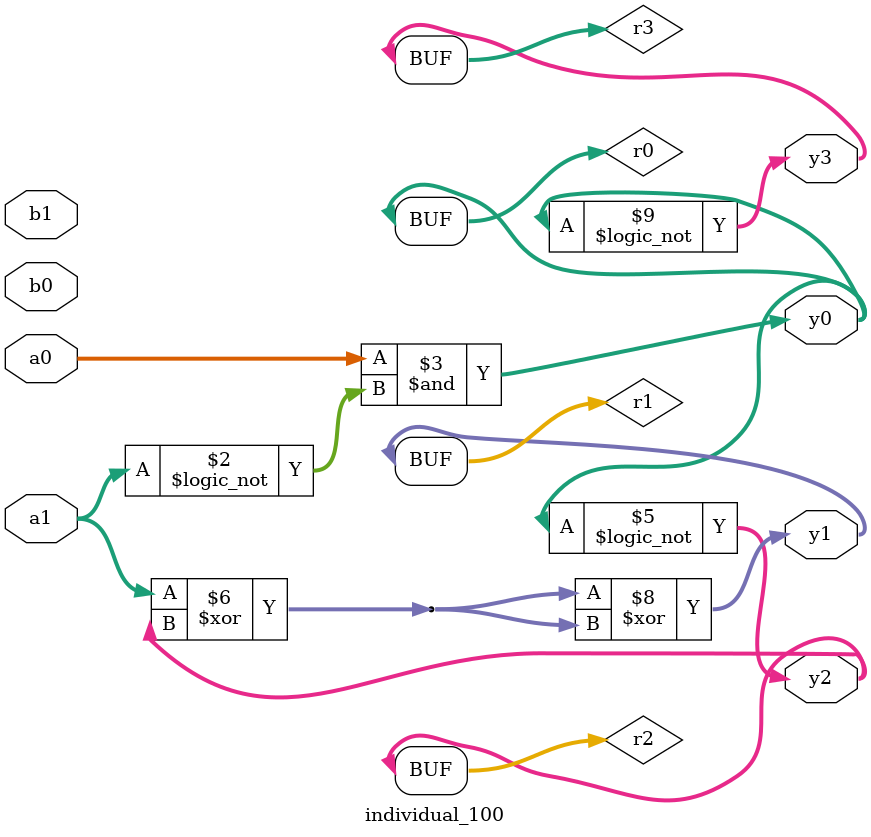
<source format=sv>
module individual_100(input logic [15:0] a1, input logic [15:0] a0, input logic [15:0] b1, input logic [15:0] b0, output logic [15:0] y3, output logic [15:0] y2, output logic [15:0] y1, output logic [15:0] y0);
logic [15:0] r0, r1, r2, r3; 
 always@(*) begin 
	 r0 = a0; r1 = a1; r2 = b0; r3 = b1; 
 	 r3 = ! r1 ;
 	 r0  &=  r3 ;
 	 r3 = ! a0 ;
 	 r2 = ! r0 ;
 	 r1  ^=  r2 ;
 	 r3  |=  r2 ;
 	 r1  ^=  r1 ;
 	 r3 = ! r0 ;
 	 y3 = r3; y2 = r2; y1 = r1; y0 = r0; 
end
endmodule
</source>
